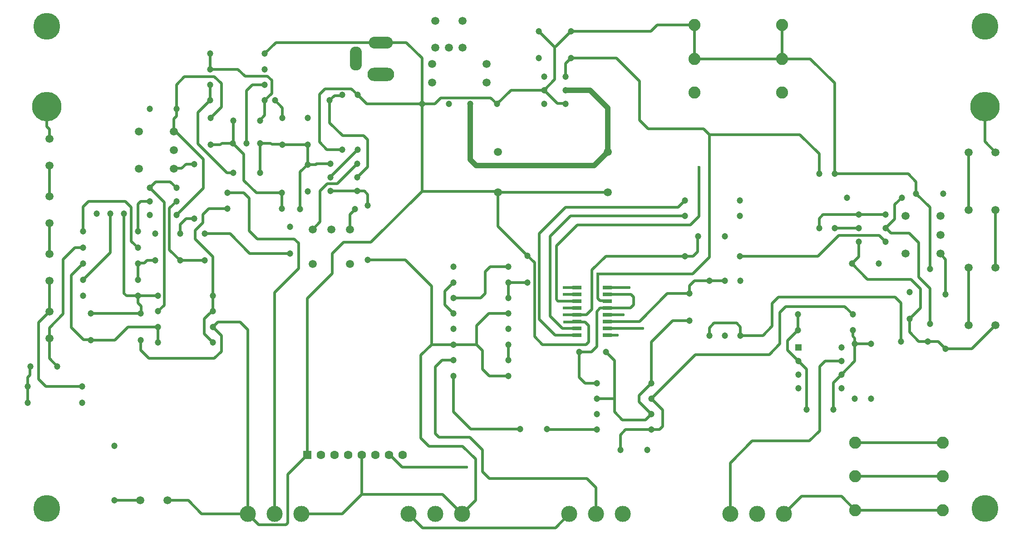
<source format=gtl>
G04*
G04 #@! TF.GenerationSoftware,Altium Limited,Altium Designer,24.4.1 (13)*
G04*
G04 Layer_Physical_Order=1*
G04 Layer_Color=255*
%FSLAX44Y44*%
%MOMM*%
G71*
G04*
G04 #@! TF.SameCoordinates,B5B0D8E5-B161-4E7D-91E4-E0B691D99E8F*
G04*
G04*
G04 #@! TF.FilePolarity,Positive*
G04*
G01*
G75*
%ADD13C,0.5000*%
%ADD22R,1.8000X0.7000*%
%ADD37C,1.0000*%
%ADD38R,1.6000X1.6000*%
%ADD39C,1.6000*%
%ADD40C,1.5000*%
%ADD41C,1.2000*%
%ADD42O,5.0000X2.5000*%
%ADD43O,4.5000X2.2500*%
%ADD44O,2.2500X4.5000*%
%ADD45C,2.2500*%
%ADD46C,5.5000*%
%ADD47R,1.2000X1.2000*%
%ADD48C,3.0000*%
%ADD49C,5.0000*%
%ADD50C,0.6000*%
D13*
X1015850Y398450D02*
X1040000D01*
X750000Y642000D02*
X890500D01*
X892000Y640500D01*
Y577000D02*
X947000Y522000D01*
X892000Y577000D02*
Y640500D01*
X947000Y522000D02*
X960000Y509000D01*
Y371000D02*
Y509000D01*
Y371000D02*
X975000Y356000D01*
X1056000D01*
X1061000Y361000D02*
Y391000D01*
X1056000Y356000D02*
X1061000Y361000D01*
X1039500Y398950D02*
X1040500Y397950D01*
X1054050D01*
X1061000Y391000D01*
X1066000Y342000D02*
X1076000Y352000D01*
Y417707D01*
X1043000Y342000D02*
X1066000D01*
X1109000Y230000D02*
Y255000D01*
Y230000D02*
X1124000Y215000D01*
X1167000D01*
X1076000Y255000D02*
X1109000D01*
X1155000Y261000D02*
X1178000Y284000D01*
X1155000Y249000D02*
Y261000D01*
Y249000D02*
X1178000Y226000D01*
X1167000Y215000D02*
X1178000Y226000D01*
X1109000Y255000D02*
Y326000D01*
X1093000Y342000D02*
X1109000Y326000D01*
X1218000Y401000D02*
X1249000D01*
X1178000Y361000D02*
X1218000Y401000D01*
X1178000Y284000D02*
Y361000D01*
X1425000Y40000D02*
X1458000Y73000D01*
X1532500D01*
X1558500Y47000D01*
X1721500D01*
X1698000Y497000D02*
Y612000D01*
X1672000Y638000D02*
X1698000Y612000D01*
X1520000Y675000D02*
X1657000D01*
X1672000Y638000D02*
Y660000D01*
X1657000Y675000D02*
X1672000Y660000D01*
X1421500Y889500D02*
X1474500D01*
X1520000Y844000D01*
Y675000D02*
Y844000D01*
X1258500Y889500D02*
X1421500D01*
X1258500D02*
Y952500D01*
X1421500Y889500D02*
Y952500D01*
X1258000Y953000D02*
X1258500Y952500D01*
X1189000Y953000D02*
X1258000D01*
X1028000Y941000D02*
X1177000D01*
X1189000Y953000D01*
X978000Y831000D02*
X998015Y851015D01*
Y912000D01*
X997000D02*
X999000D01*
X1028000Y941000D01*
X968000D02*
X997000Y912000D01*
X1017206Y806394D02*
X1018000Y805600D01*
X1002606Y806394D02*
X1017206D01*
X978000Y831000D02*
X1002606Y806394D01*
X916000Y831000D02*
X978000D01*
X890000Y805000D02*
X916000Y831000D01*
X774000Y805000D02*
X785500Y816500D01*
X878500D01*
X890000Y805000D01*
X750000D02*
X774000D01*
X892000Y640500D02*
X1097000D01*
X500000Y23000D02*
Y113900D01*
X496500Y19500D02*
X500000Y23000D01*
Y113900D02*
X536100Y150000D01*
X425000Y40000D02*
X445500Y19500D01*
X496500D01*
X559000Y823000D02*
X569500Y833500D01*
X618500D01*
X630000Y822000D01*
X559000Y734000D02*
Y823000D01*
Y734000D02*
X573000Y720000D01*
X601000D01*
X647000Y805000D02*
X750000D01*
X630000Y822000D02*
X647000Y805000D01*
X750000D02*
Y891000D01*
X721000Y920000D02*
X750000Y891000D01*
X673500Y920000D02*
X721000D01*
X478000D02*
X673500D01*
X457000Y899000D02*
X478000Y920000D01*
X655000Y547000D02*
X750000Y642000D01*
Y805000D01*
X604000Y547000D02*
X655000D01*
X583000Y526000D02*
X604000Y547000D01*
X536100Y442100D02*
X583000Y489000D01*
Y526000D01*
X536100Y150000D02*
Y442100D01*
X520000Y498000D02*
Y545000D01*
X512000Y553000D02*
X520000Y545000D01*
X428000Y568000D02*
Y629000D01*
X387000Y639000D02*
X418000D01*
X428000Y568000D02*
X443000Y553000D01*
X418000Y639000D02*
X428000Y629000D01*
X443000Y553000D02*
X512000D01*
X345000Y563000D02*
X392000D01*
X429000Y526000D02*
X504000D01*
X392000Y563000D02*
X429000Y526000D01*
X475000Y453000D02*
X520000Y498000D01*
X475000Y40000D02*
Y453000D01*
X352610Y610000D02*
X387000D01*
X327000Y569000D02*
X341500Y583500D01*
Y598890D02*
X352610Y610000D01*
X341500Y583500D02*
Y598890D01*
X360000Y447000D02*
Y520000D01*
X327000Y553000D02*
Y569000D01*
Y553000D02*
X360000Y520000D01*
X299000Y563000D02*
Y580000D01*
X310000Y591000D02*
X325000D01*
X299000Y580000D02*
X310000Y591000D01*
X208000Y549000D02*
X220000Y537000D01*
X197000Y623000D02*
X208000Y612000D01*
Y549000D02*
Y612000D01*
X128000Y623000D02*
X197000D01*
X118000Y567000D02*
Y613000D01*
X128000Y623000D01*
X411000Y398000D02*
X425000Y384000D01*
X369000Y398000D02*
X411000D01*
X425000Y40000D02*
Y384000D01*
X360000Y389000D02*
X369000Y398000D01*
X360000Y389000D02*
X376000Y373000D01*
Y343000D02*
Y373000D01*
X363000Y330000D02*
X376000Y343000D01*
X241000Y330000D02*
X363000D01*
X225500Y345500D02*
Y364000D01*
Y345500D02*
X241000Y330000D01*
X725000Y40000D02*
X751000Y14000D01*
X999000D02*
X1025000Y40000D01*
X751000Y14000D02*
X999000D01*
X314000Y65000D02*
X339000Y40000D01*
X425000D01*
X275400Y65000D02*
X314000D01*
X969000Y402991D02*
Y563000D01*
X1018000Y612000D02*
X1228000D01*
X969000Y563000D02*
X1018000Y612000D01*
X1027000Y596000D02*
X1241000D01*
X989000Y409000D02*
Y558000D01*
X1027000Y596000D01*
X1267000Y595000D02*
Y687000D01*
X1251000Y579000D02*
X1267000Y595000D01*
X1040000Y579000D02*
X1251000D01*
X1001000Y540000D02*
X1040000Y579000D01*
X1001000Y439979D02*
X1003929Y437050D01*
X1001000Y439979D02*
Y540000D01*
X1003929Y437050D02*
X1015350D01*
X989000Y409000D02*
X1011750Y386250D01*
X969000Y402991D02*
X998441Y373550D01*
X1602600Y560000D02*
X1615000Y547600D01*
X1527488Y560000D02*
X1602600D01*
X1488488Y521000D02*
X1527488Y560000D01*
X1343000Y521000D02*
X1488488D01*
X1502000Y325000D02*
X1532100D01*
X1492000Y315000D02*
X1502000Y325000D01*
X1492000Y195000D02*
Y315000D01*
X1532100Y325000D02*
X1532500Y325400D01*
X1473000Y176000D02*
X1492000Y195000D01*
X1366000Y176000D02*
X1473000D01*
X1325000Y135000D02*
X1366000Y176000D01*
X1325000Y40000D02*
Y135000D01*
X293813Y749893D02*
X294107D01*
X342000Y702000D01*
Y648000D02*
Y702000D01*
X287000Y754000D02*
X289706D01*
X293813Y749893D01*
X332000Y731000D02*
X386000Y677000D01*
X398000D01*
X332000Y731000D02*
Y789000D01*
X292000Y598000D02*
X342000Y648000D01*
X292000Y782351D02*
Y841000D01*
X287000Y754000D02*
Y777351D01*
X292000Y782351D01*
X356000Y779000D02*
X376000Y799000D01*
Y843000D01*
X363000Y856000D02*
X376000Y843000D01*
X292000Y841000D02*
X307000Y856000D01*
X363000D01*
X573500Y656500D02*
X592100D01*
X560000Y643000D02*
X573500Y656500D01*
X592100D02*
X629000Y693400D01*
X560000Y585000D02*
Y643000D01*
X546000Y571000D02*
X560000Y585000D01*
X1491000Y675000D02*
Y712000D01*
X1455000Y748000D02*
X1491000Y712000D01*
X1286000Y748000D02*
X1455000D01*
X1018000Y881000D02*
X1028000Y891000D01*
X1018000Y856400D02*
Y881000D01*
X1028000Y891000D02*
X1113000D01*
X1156000Y848000D01*
Y775000D02*
Y848000D01*
Y775000D02*
X1172000Y759000D01*
X1275000D01*
X1286000Y519000D02*
Y748000D01*
X1275000Y759000D02*
X1286000Y748000D01*
X1255000Y488000D02*
X1286000Y519000D01*
X1078000Y488000D02*
X1255000D01*
X1078000Y442000D02*
Y488000D01*
Y442000D02*
X1081950Y438050D01*
X1094500D02*
X1095500Y437050D01*
X1081950Y438050D02*
X1094500D01*
X649000Y514000D02*
X719000D01*
X768000Y465000D01*
Y356000D02*
Y465000D01*
X852000Y391000D02*
X875000Y414000D01*
X911000D01*
X852000Y356000D02*
Y391000D01*
Y356000D02*
X863000Y345000D01*
X876000Y297000D02*
X911000D01*
X863000Y310000D02*
Y345000D01*
Y310000D02*
X876000Y297000D01*
X809000Y356000D02*
X852000D01*
X748000Y336000D02*
X768000Y356000D01*
X809000D01*
X748000Y181000D02*
X763000Y166000D01*
X748000Y181000D02*
Y336000D01*
X763000Y166000D02*
X826000D01*
X850000Y142000D01*
Y65000D02*
Y142000D01*
X825000Y40000D02*
X850000Y65000D01*
X637700Y76700D02*
X788300D01*
X825000Y40000D01*
X525000D02*
X601000D01*
X637700Y76700D02*
Y150000D01*
X601000Y40000D02*
X637700Y76700D01*
X360000Y418000D02*
Y447000D01*
X344000Y376000D02*
Y404000D01*
Y376000D02*
X360000Y360000D01*
X344000Y404000D02*
X354500Y414500D01*
X358106Y418000D02*
X360000D01*
X354606Y414500D02*
X358106Y418000D01*
X354500Y414500D02*
X354606D01*
X713000Y127000D02*
X833000D01*
X690000Y150000D02*
X713000Y127000D01*
X688500Y150000D02*
X690000D01*
X863000Y119000D02*
X876000Y106000D01*
X1058000D01*
X863000Y119000D02*
Y159000D01*
X775000Y190000D02*
Y314000D01*
Y190000D02*
X782000Y183000D01*
X839000D01*
X863000Y159000D01*
X1015350Y437050D02*
X1039500D01*
X1015350Y462450D02*
X1039500D01*
X1015350Y449750D02*
X1039500D01*
X1095500Y386250D02*
X1162250D01*
X1043000Y342000D02*
X1043000Y342000D01*
X998441Y373550D02*
X1039500D01*
X1011750Y386250D02*
X1039500D01*
X1095500Y373550D02*
X1095544Y373594D01*
X1114520D01*
X1114564Y373637D01*
X1015350Y411650D02*
X1039500D01*
X1015350Y424350D02*
X1039500D01*
X1095500Y462450D02*
X1136550D01*
X1095500Y449750D02*
X1140250D01*
X1145000Y445000D01*
Y430000D02*
Y445000D01*
X1095500Y411650D02*
X1125350D01*
X1043000Y295000D02*
Y342000D01*
Y295000D02*
X1054000Y284000D01*
X1076000D01*
X793000Y456000D02*
X809000Y472000D01*
X793000Y430000D02*
X809000Y414000D01*
X793000Y430000D02*
Y456000D01*
X868000Y492000D02*
X877000Y501000D01*
X911000D01*
X868000Y451000D02*
Y492000D01*
X860000Y443000D02*
X868000Y451000D01*
X809000Y443000D02*
X860000D01*
X911000D02*
Y472000D01*
X947000D01*
X911000Y327000D02*
Y356000D01*
X1095500Y424350D02*
X1139350D01*
X1145000Y430000D01*
X1076000Y417707D02*
X1082518Y424225D01*
X1095376D02*
X1095500Y424350D01*
X1082518Y424225D02*
X1095376D01*
X983000Y198000D02*
X983500Y197500D01*
X1075500D01*
X1076000Y197000D01*
X809000Y230000D02*
X841000Y198000D01*
X933000D01*
X809000Y230000D02*
Y297000D01*
X775000Y314000D02*
X788000Y327000D01*
X809000D01*
X1075000Y40000D02*
Y89000D01*
X1058000Y106000D02*
X1075000Y89000D01*
X1228000Y612000D02*
X1241000Y625000D01*
X1039500Y411650D02*
X1056650D01*
X1067000Y422000D01*
Y495000D01*
X1093000Y521000D02*
X1241000D01*
X1067000Y495000D02*
X1093000Y521000D01*
X1264500Y529500D02*
Y557500D01*
X1256000Y521000D02*
X1264500Y529500D01*
X1241000Y521000D02*
X1256000D01*
X1264500Y557500D02*
X1265000Y558000D01*
X177000Y364000D02*
X202000Y389000D01*
X258000D01*
X269500Y429500D02*
Y621300D01*
X242000Y648800D02*
X269500Y621300D01*
X279000Y533000D02*
X299000Y513000D01*
X279000Y610400D02*
X292000Y623400D01*
X279000Y533000D02*
Y610400D01*
X242000Y648800D02*
X253200Y660000D01*
X280800D02*
X292000Y648800D01*
X253200Y660000D02*
X280800D01*
X258000Y418000D02*
X269500Y429500D01*
X176000Y65000D02*
X224600D01*
X1558500Y110000D02*
X1721500D01*
X1558500Y173000D02*
X1721500D01*
X1539000Y427000D02*
X1553500Y412500D01*
X1429000Y427000D02*
X1539000D01*
X1418000Y416000D02*
X1429000Y427000D01*
X1418000Y357000D02*
Y416000D01*
X1398000Y337000D02*
X1418000Y357000D01*
X1260000Y337000D02*
X1398000D01*
X1178000Y255000D02*
X1260000Y337000D01*
X1467500Y235000D02*
Y310400D01*
X1178000Y255000D02*
X1199000Y234000D01*
Y203000D02*
Y234000D01*
X1193000Y197000D02*
X1199000Y203000D01*
X1178000Y197000D02*
X1193000D01*
X1130000D02*
X1178000D01*
X1120000Y187000D02*
X1130000Y197000D01*
X1120000Y159000D02*
Y187000D01*
X1432000Y363000D02*
X1451500Y382500D01*
X1432000Y345900D02*
Y363000D01*
X1451500Y382500D02*
Y412500D01*
X1432000Y345900D02*
X1452500Y325400D01*
X1553500Y371458D02*
Y382500D01*
Y371458D02*
X1557500Y367458D01*
Y357000D02*
Y367458D01*
Y357000D02*
X1560000D01*
X1587500D01*
X1532500Y300000D02*
X1557500Y325000D01*
Y357000D01*
X1517500Y285000D02*
X1532500Y300000D01*
X1517500Y235000D02*
Y285000D01*
X1452500Y325400D02*
X1467500Y310400D01*
X1208000Y451000D02*
X1249000D01*
X1155950Y398950D02*
X1208000Y451000D01*
X1095500Y398950D02*
X1155950D01*
X1249000Y466000D02*
X1258000Y475000D01*
X1286000D01*
X1249000Y451000D02*
Y466000D01*
X1286000Y475000D02*
X1315000D01*
X1644000Y362000D02*
Y434000D01*
X1633000Y445000D02*
X1644000Y434000D01*
X1415000Y445000D02*
X1633000D01*
X1403000Y433000D02*
X1415000Y445000D01*
X1403000Y390000D02*
Y433000D01*
X1386000Y373000D02*
X1403000Y390000D01*
X1344000Y373000D02*
X1386000D01*
X1295000Y396000D02*
X1337000D01*
X1344000Y373000D02*
Y389000D01*
X1337000Y396000D02*
X1344000Y389000D01*
X1286000Y373000D02*
Y387000D01*
X1295000Y396000D01*
X1717000Y524787D02*
X1727000Y514787D01*
X1717000Y524787D02*
Y526000D01*
X1727000Y450000D02*
Y514787D01*
X1660000Y379000D02*
X1677000Y362000D01*
X1660000Y379000D02*
Y404000D01*
X1677000Y362000D02*
X1694000D01*
X1713000D01*
X1680000Y424000D02*
Y460000D01*
X1660000Y404000D02*
X1680000Y424000D01*
X1662000Y478000D02*
X1680000Y460000D01*
X1552000Y507000D02*
X1581000Y478000D01*
X1662000D01*
X1565000Y520000D02*
Y547600D01*
X1552000Y507000D02*
X1565000Y520000D01*
X1498400Y598400D02*
X1565000D01*
X1491000Y591000D02*
X1498400Y598400D01*
X1491000Y573000D02*
Y591000D01*
X1520000Y573000D02*
X1565000D01*
X1632000Y590000D02*
Y617000D01*
X1645000Y630000D01*
X1615000Y573000D02*
X1632000Y590000D01*
X1659000Y564000D02*
X1677000Y546000D01*
X1616092Y573000D02*
X1625092Y564000D01*
X1659000D01*
X1615000Y573000D02*
X1616092D01*
X1565000Y598400D02*
X1615000D01*
X1677000Y481732D02*
Y546000D01*
Y481732D02*
X1698000Y460732D01*
Y395000D02*
Y460732D01*
X1713000Y362000D02*
X1727000Y348000D01*
X1775500D02*
X1820000Y392500D01*
X1727000Y348000D02*
X1775500D01*
X1770000Y392500D02*
Y500000D01*
X1820000D02*
Y607500D01*
X1770000D02*
Y715000D01*
X1800000Y735000D02*
Y800000D01*
Y735000D02*
X1820000Y715000D01*
X629100Y642500D02*
X642500D01*
X629000Y642600D02*
X629100Y642500D01*
X642500D02*
X649000Y636000D01*
Y616000D02*
Y636000D01*
X579000Y642600D02*
X629000D01*
X578000Y812000D02*
X586661Y820661D01*
X599661D01*
X578000Y770000D02*
Y813894D01*
X599661Y820661D02*
X601000Y822000D01*
X578000Y770000D02*
X602000Y746000D01*
X641000D02*
X649000Y738000D01*
X602000Y746000D02*
X641000D01*
X629000Y668000D02*
X649000Y688000D01*
Y738000D01*
X579000Y668000D02*
Y669000D01*
X630000Y720000D01*
X616000Y598908D02*
X625000Y607908D01*
Y609000D01*
X616000Y571000D02*
Y598908D01*
X523000Y609000D02*
Y678000D01*
X537000Y692000D01*
X537000Y692000D02*
X552000D01*
X537000Y692000D02*
X537000Y692000D01*
X553400Y693400D02*
X579000D01*
X552000Y692000D02*
X553400Y693400D01*
X537000Y692000D02*
Y729000D01*
X470000Y730000D02*
X489000D01*
X490000Y729000D01*
X448400Y732000D02*
X468000D01*
X470000Y730000D01*
X490000Y729000D02*
X537000D01*
X448200Y677200D02*
Y731800D01*
X448400Y732000D01*
X448000Y677000D02*
X448200Y677200D01*
X489000Y610000D02*
Y639000D01*
X441000D02*
X489000D01*
X418000Y662000D02*
X441000Y639000D01*
X397600Y732000D02*
X418000Y711600D01*
Y662000D02*
Y711600D01*
X476000Y812000D02*
X490000Y798000D01*
Y779000D02*
Y798000D01*
X457000Y784092D02*
Y812000D01*
X448000Y774000D02*
Y775092D01*
X457000Y784092D01*
X423000Y830000D02*
X434000Y841000D01*
X457000D01*
X423000Y732000D02*
Y830000D01*
X407000Y870000D02*
X420000Y857000D01*
X462000D01*
X470000Y849000D01*
Y825000D02*
Y849000D01*
X457000Y812000D02*
X470000Y825000D01*
X398000Y732400D02*
Y774000D01*
X397600Y732000D02*
X398000Y732400D01*
X377000Y732000D02*
X396600D01*
X356000Y729000D02*
X374000D01*
X377000Y732000D01*
X332000Y789000D02*
X355000Y812000D01*
Y841000D01*
Y870000D02*
X407000D01*
X355000D02*
Y899000D01*
X310000Y693000D02*
X325000D01*
X302000Y685000D02*
X310000Y693000D01*
X288000Y685000D02*
X302000D01*
X287000Y684000D02*
X288000Y685000D01*
X299000Y513000D02*
X345000D01*
X232339Y508339D02*
X237000Y513000D01*
X253000D01*
X220000Y507000D02*
X221339Y508339D01*
X232339D01*
X220000Y477000D02*
Y507000D01*
X258000Y360000D02*
Y389000D01*
X132000Y364000D02*
X177000D01*
X220000Y447000D02*
X258000D01*
X194400Y451600D02*
Y600000D01*
X199000Y447000D02*
X220000D01*
X194400Y451600D02*
X199000Y447000D01*
X226000Y414500D02*
Y428000D01*
X225500Y414000D02*
X226000Y414500D01*
X220000Y447000D02*
X220500Y446500D01*
Y433500D02*
Y446500D01*
Y433500D02*
X226000Y428000D01*
X132000Y414000D02*
X225500D01*
X118000Y477000D02*
X169000Y528000D01*
Y600000D01*
X96000Y388000D02*
Y485000D01*
X118000Y507000D01*
X96000Y388000D02*
X118661Y365339D01*
X130661D02*
X132000Y364000D01*
X118661Y365339D02*
X130661D01*
X220000Y567000D02*
Y618000D01*
X225400Y623400D02*
X242000D01*
X220000Y618000D02*
X225400Y623400D01*
X81000Y413000D02*
Y515000D01*
X102500Y536500D02*
X117500D01*
X81000Y515000D02*
X102500Y536500D01*
X117500D02*
X118000Y537000D01*
X55000Y387000D02*
X81000Y413000D01*
X55000Y367500D02*
Y387000D01*
X14500Y247500D02*
Y277500D01*
X19000Y314000D02*
X20000Y315000D01*
X19000Y299000D02*
Y314000D01*
X14500Y277500D02*
Y294500D01*
X19000Y299000D01*
X48500Y277500D02*
X116500D01*
X35000Y291000D02*
Y397500D01*
Y291000D02*
X48500Y277500D01*
X35000Y397500D02*
X55000Y417500D01*
Y330000D02*
X70000Y315000D01*
X55000Y330000D02*
Y367500D01*
Y417500D02*
Y475000D01*
Y525000D02*
Y582500D01*
Y632500D02*
Y690000D01*
Y740000D02*
Y758000D01*
X50000Y763000D02*
X55000Y758000D01*
X50000Y763000D02*
Y800000D01*
D22*
X1039500Y411650D02*
D03*
X1095500D02*
D03*
X1039500Y398950D02*
D03*
X1095500D02*
D03*
X1039500Y373550D02*
D03*
X1095500D02*
D03*
X1039500Y386250D02*
D03*
X1095500D02*
D03*
X1039500Y437050D02*
D03*
X1095500D02*
D03*
X1039500Y424350D02*
D03*
X1095500D02*
D03*
X1039500Y462450D02*
D03*
X1095500D02*
D03*
X1039500Y449750D02*
D03*
X1095500D02*
D03*
D37*
X1018000Y831000D02*
X1064000D01*
X1097000Y798000D01*
Y715500D02*
Y798000D01*
X840000Y701000D02*
Y805000D01*
X851000Y690000D02*
X1071500D01*
X1097000Y715500D01*
X840000Y701000D02*
X851000Y690000D01*
D38*
X536100Y150000D02*
D03*
D39*
X561500D02*
D03*
X586900D02*
D03*
X612300D02*
D03*
X637700D02*
D03*
X663100D02*
D03*
X688500D02*
D03*
X713900D02*
D03*
D40*
X1717000Y561000D02*
D03*
Y596000D02*
D03*
Y526000D02*
D03*
X1652000Y596000D02*
D03*
Y526000D02*
D03*
X287000Y719000D02*
D03*
Y754000D02*
D03*
Y684000D02*
D03*
X222000Y754000D02*
D03*
Y684000D02*
D03*
X581000Y571000D02*
D03*
X546000D02*
D03*
X616000D02*
D03*
X546000Y506000D02*
D03*
X616000D02*
D03*
X825400Y960000D02*
D03*
X774600D02*
D03*
X825400Y909980D02*
D03*
X774600D02*
D03*
X800000D02*
D03*
X871000Y880000D02*
D03*
X769000D02*
D03*
Y845000D02*
D03*
X871000D02*
D03*
X892000Y640500D02*
D03*
Y715500D02*
D03*
X1097000D02*
D03*
Y640500D02*
D03*
X1770000Y715000D02*
D03*
X1820000D02*
D03*
Y607500D02*
D03*
X1770000D02*
D03*
X1820000Y500000D02*
D03*
X1770000D02*
D03*
Y392500D02*
D03*
X1820000D02*
D03*
X224600Y65000D02*
D03*
X275400D02*
D03*
X55000Y417500D02*
D03*
Y367500D02*
D03*
Y525000D02*
D03*
Y475000D02*
D03*
Y632500D02*
D03*
Y582500D02*
D03*
Y740000D02*
D03*
Y690000D02*
D03*
D41*
X345000Y513000D02*
D03*
Y563000D02*
D03*
X299000D02*
D03*
Y513000D02*
D03*
X253000D02*
D03*
Y563000D02*
D03*
X220000Y447000D02*
D03*
X118000D02*
D03*
X220000Y477000D02*
D03*
X118000D02*
D03*
X220000Y507000D02*
D03*
X118000D02*
D03*
Y537000D02*
D03*
X220000D02*
D03*
Y567000D02*
D03*
X118000D02*
D03*
X169000Y600000D02*
D03*
X194400D02*
D03*
X143600D02*
D03*
X132000Y364000D02*
D03*
Y414000D02*
D03*
X225500D02*
D03*
Y364000D02*
D03*
X258000Y360000D02*
D03*
X360000D02*
D03*
X258000Y389000D02*
D03*
X360000D02*
D03*
X258000Y418000D02*
D03*
X360000D02*
D03*
X258000Y447000D02*
D03*
X360000D02*
D03*
X242000Y623400D02*
D03*
Y648800D02*
D03*
Y598000D02*
D03*
X292000Y623400D02*
D03*
Y648800D02*
D03*
Y598000D02*
D03*
X355000Y812000D02*
D03*
X457000D02*
D03*
X355000Y841000D02*
D03*
X457000D02*
D03*
X355000Y870000D02*
D03*
X457000D02*
D03*
X355000Y899000D02*
D03*
X457000D02*
D03*
X476000Y812000D02*
D03*
X578000D02*
D03*
X398000Y774000D02*
D03*
X448000D02*
D03*
X356000Y779000D02*
D03*
Y729000D02*
D03*
X423000Y732000D02*
D03*
X397600D02*
D03*
X448400D02*
D03*
X325000Y693000D02*
D03*
Y591000D02*
D03*
X398000Y677000D02*
D03*
X448000D02*
D03*
X489000Y639000D02*
D03*
X387000D02*
D03*
X489000Y610000D02*
D03*
X387000D02*
D03*
X537000Y779000D02*
D03*
Y729000D02*
D03*
X490000Y779000D02*
D03*
Y729000D02*
D03*
X629000Y668000D02*
D03*
Y642600D02*
D03*
Y693400D02*
D03*
X579000Y668000D02*
D03*
Y642600D02*
D03*
Y693400D02*
D03*
X537000Y642000D02*
D03*
Y692000D02*
D03*
X523000Y609000D02*
D03*
X625000D02*
D03*
X504000Y576000D02*
D03*
Y526000D02*
D03*
X649000Y616000D02*
D03*
Y514000D02*
D03*
X630000Y720000D02*
D03*
Y822000D02*
D03*
X601000D02*
D03*
Y720000D02*
D03*
X800000Y805000D02*
D03*
X750000D02*
D03*
X890000D02*
D03*
X840000D02*
D03*
X968000Y941000D02*
D03*
Y891000D02*
D03*
X1028000D02*
D03*
Y941000D02*
D03*
X1018000Y831000D02*
D03*
Y805600D02*
D03*
Y856400D02*
D03*
X978000Y831000D02*
D03*
Y856400D02*
D03*
Y805600D02*
D03*
X1241000Y625000D02*
D03*
X1343000D02*
D03*
Y596000D02*
D03*
X1241000D02*
D03*
X1265000Y558000D02*
D03*
X1315000D02*
D03*
X1343000Y521000D02*
D03*
X1241000D02*
D03*
X1602000Y507000D02*
D03*
X1552000D02*
D03*
X1615000Y573000D02*
D03*
Y598400D02*
D03*
Y547600D02*
D03*
X1565000Y573000D02*
D03*
Y598400D02*
D03*
Y547600D02*
D03*
X1722000Y638000D02*
D03*
X1672000D02*
D03*
X1543000Y630000D02*
D03*
X1645000D02*
D03*
X1520000Y573000D02*
D03*
Y675000D02*
D03*
X1491000Y573000D02*
D03*
Y675000D02*
D03*
X1698000Y395000D02*
D03*
Y497000D02*
D03*
X1727000Y348000D02*
D03*
Y450000D02*
D03*
X1660000Y454000D02*
D03*
Y404000D02*
D03*
X1644000Y362000D02*
D03*
X1694000D02*
D03*
X1587500Y255000D02*
D03*
Y357000D02*
D03*
X1557500Y255000D02*
D03*
Y357000D02*
D03*
X1467500Y235000D02*
D03*
X1517500D02*
D03*
X1452500Y325400D02*
D03*
Y300000D02*
D03*
Y274600D02*
D03*
X1532500Y350800D02*
D03*
Y325400D02*
D03*
Y300000D02*
D03*
Y274600D02*
D03*
X1553500Y382500D02*
D03*
X1451500D02*
D03*
Y412500D02*
D03*
X1553500D02*
D03*
X1344000Y475000D02*
D03*
Y373000D02*
D03*
X1315000Y475000D02*
D03*
Y373000D02*
D03*
X1286000Y475000D02*
D03*
Y373000D02*
D03*
X1249000Y451000D02*
D03*
Y401000D02*
D03*
X1043000Y342000D02*
D03*
X1093000D02*
D03*
X947000Y472000D02*
D03*
Y522000D02*
D03*
X809000Y501000D02*
D03*
X911000D02*
D03*
X809000Y472000D02*
D03*
X911000D02*
D03*
Y443000D02*
D03*
X809000D02*
D03*
Y414000D02*
D03*
X911000D02*
D03*
X809000Y385000D02*
D03*
X911000D02*
D03*
Y356000D02*
D03*
X809000D02*
D03*
Y327000D02*
D03*
X911000D02*
D03*
X809000Y297000D02*
D03*
X911000D02*
D03*
X1076000Y284000D02*
D03*
X1178000D02*
D03*
Y255000D02*
D03*
X1076000D02*
D03*
Y226000D02*
D03*
X1178000D02*
D03*
X1076000Y197000D02*
D03*
X1178000D02*
D03*
X1120000Y159000D02*
D03*
X1170000D02*
D03*
X176000Y167000D02*
D03*
Y65000D02*
D03*
X14500Y247500D02*
D03*
X116500D02*
D03*
Y277500D02*
D03*
X14500D02*
D03*
X20000Y315000D02*
D03*
X70000D02*
D03*
X933000Y198000D02*
D03*
X983000D02*
D03*
X242000Y796000D02*
D03*
X292000D02*
D03*
D42*
X673500Y860000D02*
D03*
D43*
Y920000D02*
D03*
D44*
X626500Y890000D02*
D03*
D45*
X1421500Y952500D02*
D03*
Y889500D02*
D03*
Y826500D02*
D03*
X1258500D02*
D03*
Y889500D02*
D03*
Y952500D02*
D03*
X1558500Y47000D02*
D03*
Y110000D02*
D03*
Y173000D02*
D03*
X1721500D02*
D03*
Y110000D02*
D03*
Y47000D02*
D03*
D46*
X1800000Y800000D02*
D03*
X50000D02*
D03*
D47*
X1452500Y350800D02*
D03*
D48*
X1375000Y40000D02*
D03*
X1425000D02*
D03*
X1325000D02*
D03*
X1025000D02*
D03*
X1125000D02*
D03*
X1075000D02*
D03*
X775000D02*
D03*
X825000D02*
D03*
X725000D02*
D03*
X425000D02*
D03*
X525000D02*
D03*
X475000D02*
D03*
D49*
X1800000Y50000D02*
D03*
Y950000D02*
D03*
X50000D02*
D03*
Y50000D02*
D03*
D50*
X1015850Y398450D02*
D03*
X1267000Y687000D02*
D03*
X1078000Y488000D02*
D03*
X833000Y127000D02*
D03*
X1015350Y462450D02*
D03*
Y449750D02*
D03*
X1162250Y386250D02*
D03*
X1114564Y373637D02*
D03*
X1015350Y411650D02*
D03*
Y424350D02*
D03*
X1136550Y462450D02*
D03*
X1125350Y411650D02*
D03*
M02*

</source>
